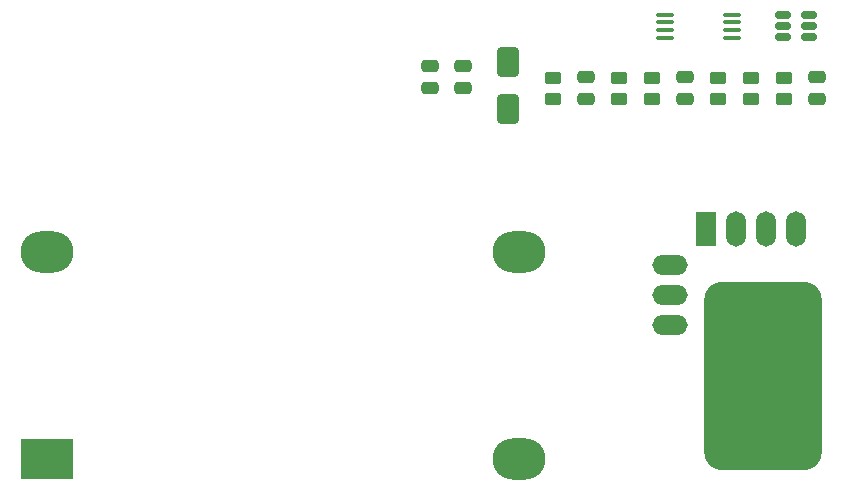
<source format=gtp>
%TF.GenerationSoftware,KiCad,Pcbnew,8.0.4*%
%TF.CreationDate,2024-09-16T22:07:11+05:30*%
%TF.ProjectId,mmeshtastic-pcb,6d6d6573-6874-4617-9374-69632d706362,rev?*%
%TF.SameCoordinates,Original*%
%TF.FileFunction,Paste,Top*%
%TF.FilePolarity,Positive*%
%FSLAX46Y46*%
G04 Gerber Fmt 4.6, Leading zero omitted, Abs format (unit mm)*
G04 Created by KiCad (PCBNEW 8.0.4) date 2024-09-16 22:07:11*
%MOMM*%
%LPD*%
G01*
G04 APERTURE LIST*
G04 Aperture macros list*
%AMRoundRect*
0 Rectangle with rounded corners*
0 $1 Rounding radius*
0 $2 $3 $4 $5 $6 $7 $8 $9 X,Y pos of 4 corners*
0 Add a 4 corners polygon primitive as box body*
4,1,4,$2,$3,$4,$5,$6,$7,$8,$9,$2,$3,0*
0 Add four circle primitives for the rounded corners*
1,1,$1+$1,$2,$3*
1,1,$1+$1,$4,$5*
1,1,$1+$1,$6,$7*
1,1,$1+$1,$8,$9*
0 Add four rect primitives between the rounded corners*
20,1,$1+$1,$2,$3,$4,$5,0*
20,1,$1+$1,$4,$5,$6,$7,0*
20,1,$1+$1,$6,$7,$8,$9,0*
20,1,$1+$1,$8,$9,$2,$3,0*%
G04 Aperture macros list end*
%ADD10R,1.700000X3.000000*%
%ADD11O,1.700000X3.000000*%
%ADD12O,3.000000X1.700000*%
%ADD13RoundRect,1.640420X3.359580X6.359580X-3.359580X6.359580X-3.359580X-6.359580X3.359580X-6.359580X0*%
%ADD14RoundRect,0.250000X-0.450000X0.262500X-0.450000X-0.262500X0.450000X-0.262500X0.450000X0.262500X0*%
%ADD15RoundRect,0.250000X0.450000X-0.262500X0.450000X0.262500X-0.450000X0.262500X-0.450000X-0.262500X0*%
%ADD16RoundRect,0.250000X-0.475000X0.250000X-0.475000X-0.250000X0.475000X-0.250000X0.475000X0.250000X0*%
%ADD17RoundRect,0.250000X0.475000X-0.250000X0.475000X0.250000X-0.475000X0.250000X-0.475000X-0.250000X0*%
%ADD18O,4.500000X3.500000*%
%ADD19R,4.500000X3.500000*%
%ADD20RoundRect,0.100000X-0.637500X-0.100000X0.637500X-0.100000X0.637500X0.100000X-0.637500X0.100000X0*%
%ADD21RoundRect,0.250000X-0.650000X1.000000X-0.650000X-1.000000X0.650000X-1.000000X0.650000X1.000000X0*%
%ADD22RoundRect,0.150000X-0.512500X-0.150000X0.512500X-0.150000X0.512500X0.150000X-0.512500X0.150000X0*%
G04 APERTURE END LIST*
D10*
%TO.C,U2*%
X128524000Y-88400000D03*
D11*
X131064000Y-88400000D03*
X136144000Y-88400000D03*
X133604000Y-88400000D03*
D12*
X125484000Y-96520000D03*
X125484000Y-91440000D03*
X125484000Y-93980000D03*
D13*
X133350000Y-100838000D03*
%TD*%
D14*
%TO.C,R6*%
X121158000Y-75541500D03*
X121158000Y-77366500D03*
%TD*%
%TO.C,R4*%
X123952000Y-75541500D03*
X123952000Y-77366500D03*
%TD*%
D15*
%TO.C,R5*%
X115570000Y-77366500D03*
X115570000Y-75541500D03*
%TD*%
D16*
%TO.C,C1*%
X137922000Y-75504000D03*
X137922000Y-77404000D03*
%TD*%
D15*
%TO.C,R3*%
X129540000Y-77366500D03*
X129540000Y-75541500D03*
%TD*%
D14*
%TO.C,R1*%
X132334000Y-75541500D03*
X132334000Y-77366500D03*
%TD*%
D16*
%TO.C,C2*%
X126746000Y-75504000D03*
X126746000Y-77404000D03*
%TD*%
D17*
%TO.C,C4*%
X105156000Y-76454000D03*
X105156000Y-74554000D03*
%TD*%
%TO.C,C5*%
X107950000Y-76454000D03*
X107950000Y-74554000D03*
%TD*%
D16*
%TO.C,C3*%
X118364000Y-75504000D03*
X118364000Y-77404000D03*
%TD*%
D15*
%TO.C,R2*%
X135128000Y-77366500D03*
X135128000Y-75541500D03*
%TD*%
D18*
%TO.C,U3*%
X72710000Y-90310000D03*
D19*
X72710000Y-107810000D03*
D18*
X112710000Y-107810000D03*
X112710000Y-90310000D03*
%TD*%
D20*
%TO.C,Q1*%
X125026500Y-70216000D03*
X125026500Y-70866000D03*
X125026500Y-71516000D03*
X125026500Y-72166000D03*
X130751500Y-72166000D03*
X130751500Y-71516000D03*
X130751500Y-70866000D03*
X130751500Y-70216000D03*
%TD*%
D21*
%TO.C,D2*%
X111760000Y-74200000D03*
X111760000Y-78200000D03*
%TD*%
D22*
%TO.C,U1*%
X135006500Y-70241000D03*
X135006500Y-71191000D03*
X135006500Y-72141000D03*
X137281500Y-72141000D03*
X137281500Y-71191000D03*
X137281500Y-70241000D03*
%TD*%
M02*

</source>
